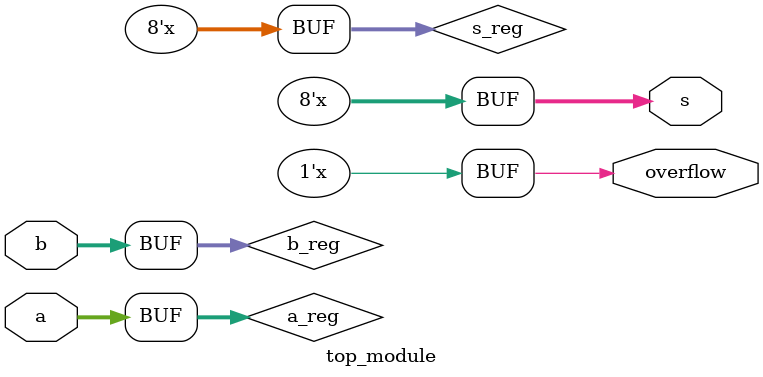
<source format=sv>
module top_module (
	input [7:0] a,
	input [7:0] b,
	output [7:0] s,
	output overflow
);

	reg signed [7:0] a_reg;
	reg signed [7:0] b_reg;
	reg signed [7:0] s_reg;

	always @(a, b) begin
		a_reg <= a;
		b_reg <= b;
		s_reg <= a_reg + b_reg;
	end

	assign s = s_reg;
	assign overflow = (s_reg > 127) || (s_reg < -128);

endmodule

</source>
